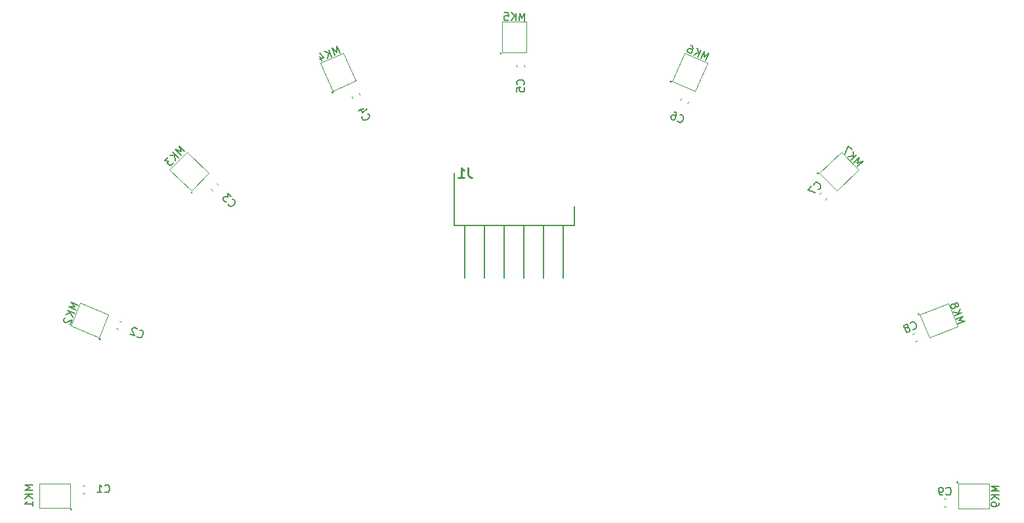
<source format=gbr>
%TF.GenerationSoftware,KiCad,Pcbnew,7.0.1*%
%TF.CreationDate,2023-05-12T16:10:07+02:00*%
%TF.ProjectId,SenseU_Microphoneboard,53656e73-6555-45f4-9d69-63726f70686f,rev?*%
%TF.SameCoordinates,Original*%
%TF.FileFunction,Legend,Bot*%
%TF.FilePolarity,Positive*%
%FSLAX46Y46*%
G04 Gerber Fmt 4.6, Leading zero omitted, Abs format (unit mm)*
G04 Created by KiCad (PCBNEW 7.0.1) date 2023-05-12 16:10:07*
%MOMM*%
%LPD*%
G01*
G04 APERTURE LIST*
%ADD10C,0.150000*%
%ADD11C,0.254000*%
%ADD12C,0.120000*%
%ADD13C,0.200000*%
G04 APERTURE END LIST*
D10*
%TO.C,MK1*%
X37894375Y-118617976D02*
X36894375Y-118617976D01*
X36894375Y-118617976D02*
X37608660Y-118951309D01*
X37608660Y-118951309D02*
X36894375Y-119284642D01*
X36894375Y-119284642D02*
X37894375Y-119284642D01*
X37894375Y-119760833D02*
X36894375Y-119760833D01*
X37894375Y-120332261D02*
X37322946Y-119903690D01*
X36894375Y-120332261D02*
X37465803Y-119760833D01*
X37894375Y-121284642D02*
X37894375Y-120713214D01*
X37894375Y-120998928D02*
X36894375Y-120998928D01*
X36894375Y-120998928D02*
X37037232Y-120903690D01*
X37037232Y-120903690D02*
X37132470Y-120808452D01*
X37132470Y-120808452D02*
X37180089Y-120713214D01*
%TO.C,C6*%
X121057762Y-71534873D02*
X121083191Y-71597231D01*
X121083191Y-71597231D02*
X121196409Y-71696516D01*
X121196409Y-71696516D02*
X121284196Y-71733444D01*
X121284196Y-71733444D02*
X121434341Y-71744941D01*
X121434341Y-71744941D02*
X121559056Y-71694082D01*
X121559056Y-71694082D02*
X121639878Y-71624758D01*
X121639878Y-71624758D02*
X121757627Y-71467647D01*
X121757627Y-71467647D02*
X121813019Y-71335966D01*
X121813019Y-71335966D02*
X121842980Y-71141927D01*
X121842980Y-71141927D02*
X121836014Y-71035676D01*
X121836014Y-71035676D02*
X121785154Y-70910960D01*
X121785154Y-70910960D02*
X121671937Y-70811675D01*
X121671937Y-70811675D02*
X121584150Y-70774747D01*
X121584150Y-70774747D02*
X121434005Y-70763250D01*
X121434005Y-70763250D02*
X121371647Y-70788679D01*
X120618487Y-70368543D02*
X120794062Y-70442398D01*
X120794062Y-70442398D02*
X120863386Y-70523220D01*
X120863386Y-70523220D02*
X120888816Y-70585577D01*
X120888816Y-70585577D02*
X120921212Y-70754186D01*
X120921212Y-70754186D02*
X120891250Y-70948225D01*
X120891250Y-70948225D02*
X120743539Y-71299375D01*
X120743539Y-71299375D02*
X120662718Y-71368698D01*
X120662718Y-71368698D02*
X120600360Y-71394128D01*
X120600360Y-71394128D02*
X120494109Y-71401094D01*
X120494109Y-71401094D02*
X120318534Y-71327239D01*
X120318534Y-71327239D02*
X120249210Y-71246417D01*
X120249210Y-71246417D02*
X120223781Y-71184060D01*
X120223781Y-71184060D02*
X120216815Y-71077809D01*
X120216815Y-71077809D02*
X120309134Y-70858340D01*
X120309134Y-70858340D02*
X120389955Y-70789016D01*
X120389955Y-70789016D02*
X120452313Y-70763586D01*
X120452313Y-70763586D02*
X120558564Y-70756620D01*
X120558564Y-70756620D02*
X120734139Y-70830476D01*
X120734139Y-70830476D02*
X120803463Y-70911297D01*
X120803463Y-70911297D02*
X120828893Y-70973655D01*
X120828893Y-70973655D02*
X120835859Y-71079906D01*
%TO.C,MK2*%
X43716919Y-95352721D02*
X42790147Y-94977095D01*
X42790147Y-94977095D02*
X43326918Y-95554323D01*
X43326918Y-95554323D02*
X42539730Y-95594943D01*
X42539730Y-95594943D02*
X43466501Y-95970569D01*
X43287632Y-96411888D02*
X42360861Y-96036262D01*
X43072989Y-96941472D02*
X42704387Y-96329641D01*
X42146217Y-96565846D02*
X42890444Y-96250906D01*
X42091386Y-96954676D02*
X42029367Y-96980921D01*
X42029367Y-96980921D02*
X41949461Y-97051298D01*
X41949461Y-97051298D02*
X41860026Y-97271958D01*
X41860026Y-97271958D02*
X41868384Y-97378108D01*
X41868384Y-97378108D02*
X41894629Y-97440127D01*
X41894629Y-97440127D02*
X41965006Y-97520033D01*
X41965006Y-97520033D02*
X42053270Y-97555807D01*
X42053270Y-97555807D02*
X42203553Y-97565336D01*
X42203553Y-97565336D02*
X42947780Y-97250396D01*
X42947780Y-97250396D02*
X42715250Y-97824111D01*
%TO.C,C7*%
X139204813Y-80396190D02*
X139272149Y-80397219D01*
X139272149Y-80397219D02*
X139407849Y-80331940D01*
X139407849Y-80331940D02*
X139476213Y-80265633D01*
X139476213Y-80265633D02*
X139545605Y-80131990D01*
X139545605Y-80131990D02*
X139547662Y-79997319D01*
X139547662Y-79997319D02*
X139515537Y-79895801D01*
X139515537Y-79895801D02*
X139417104Y-79725919D01*
X139417104Y-79725919D02*
X139317644Y-79623373D01*
X139317644Y-79623373D02*
X139150847Y-79519799D01*
X139150847Y-79519799D02*
X139050358Y-79484588D01*
X139050358Y-79484588D02*
X138915686Y-79482531D01*
X138915686Y-79482531D02*
X138779987Y-79547810D01*
X138779987Y-79547810D02*
X138711623Y-79614117D01*
X138711623Y-79614117D02*
X138642230Y-79747760D01*
X138642230Y-79747760D02*
X138641202Y-79815096D01*
X138335620Y-79978807D02*
X137857072Y-80442958D01*
X137857072Y-80442958D02*
X138860936Y-80862398D01*
%TO.C,MK3*%
X57483392Y-75484622D02*
X56765570Y-74788396D01*
X56765570Y-74788396D02*
X57046225Y-75524975D01*
X57046225Y-75524975D02*
X56301419Y-75266945D01*
X56301419Y-75266945D02*
X57019242Y-75963171D01*
X56687706Y-76304991D02*
X55969883Y-75608765D01*
X56289862Y-76715175D02*
X56178060Y-76009693D01*
X55572040Y-76018949D02*
X56380067Y-76006608D01*
X55339964Y-76258223D02*
X54908967Y-76702590D01*
X54908967Y-76702590D02*
X55414499Y-76728544D01*
X55414499Y-76728544D02*
X55315038Y-76831090D01*
X55315038Y-76831090D02*
X55282913Y-76932608D01*
X55282913Y-76932608D02*
X55283941Y-76999944D01*
X55283941Y-76999944D02*
X55319151Y-77100433D01*
X55319151Y-77100433D02*
X55490062Y-77266201D01*
X55490062Y-77266201D02*
X55591579Y-77298326D01*
X55591579Y-77298326D02*
X55658915Y-77297298D01*
X55658915Y-77297298D02*
X55759404Y-77262088D01*
X55759404Y-77262088D02*
X55958326Y-77056995D01*
X55958326Y-77056995D02*
X55990451Y-76955478D01*
X55990451Y-76955478D02*
X55989423Y-76888142D01*
%TO.C,MK9*%
X162537619Y-118715476D02*
X161537619Y-118715476D01*
X161537619Y-118715476D02*
X162251904Y-119048809D01*
X162251904Y-119048809D02*
X161537619Y-119382142D01*
X161537619Y-119382142D02*
X162537619Y-119382142D01*
X162537619Y-119858333D02*
X161537619Y-119858333D01*
X162537619Y-120429761D02*
X161966190Y-120001190D01*
X161537619Y-120429761D02*
X162109047Y-119858333D01*
X162537619Y-120905952D02*
X162537619Y-121096428D01*
X162537619Y-121096428D02*
X162490000Y-121191666D01*
X162490000Y-121191666D02*
X162442380Y-121239285D01*
X162442380Y-121239285D02*
X162299523Y-121334523D01*
X162299523Y-121334523D02*
X162109047Y-121382142D01*
X162109047Y-121382142D02*
X161728095Y-121382142D01*
X161728095Y-121382142D02*
X161632857Y-121334523D01*
X161632857Y-121334523D02*
X161585238Y-121286904D01*
X161585238Y-121286904D02*
X161537619Y-121191666D01*
X161537619Y-121191666D02*
X161537619Y-121001190D01*
X161537619Y-121001190D02*
X161585238Y-120905952D01*
X161585238Y-120905952D02*
X161632857Y-120858333D01*
X161632857Y-120858333D02*
X161728095Y-120810714D01*
X161728095Y-120810714D02*
X161966190Y-120810714D01*
X161966190Y-120810714D02*
X162061428Y-120858333D01*
X162061428Y-120858333D02*
X162109047Y-120905952D01*
X162109047Y-120905952D02*
X162156666Y-121001190D01*
X162156666Y-121001190D02*
X162156666Y-121191666D01*
X162156666Y-121191666D02*
X162109047Y-121286904D01*
X162109047Y-121286904D02*
X162061428Y-121334523D01*
X162061428Y-121334523D02*
X161966190Y-121382142D01*
%TO.C,MK4*%
X77503669Y-62797379D02*
X77099900Y-61882518D01*
X77099900Y-61882518D02*
X77083353Y-62670579D01*
X77083353Y-62670579D02*
X76489993Y-62151697D01*
X76489993Y-62151697D02*
X76893762Y-63066558D01*
X76458114Y-63258829D02*
X76054345Y-62343968D01*
X75935336Y-63489554D02*
X76096694Y-62793732D01*
X75531567Y-62574693D02*
X76285070Y-62866745D01*
X74881990Y-63225734D02*
X75151169Y-63835641D01*
X74945997Y-62781080D02*
X75452228Y-63338417D01*
X75452228Y-63338417D02*
X74885885Y-63588369D01*
D11*
%TO.C,J1*%
X94073332Y-77585026D02*
X94073332Y-78492169D01*
X94073332Y-78492169D02*
X94133809Y-78673597D01*
X94133809Y-78673597D02*
X94254761Y-78794550D01*
X94254761Y-78794550D02*
X94436190Y-78855026D01*
X94436190Y-78855026D02*
X94557142Y-78855026D01*
X92803332Y-78855026D02*
X93529047Y-78855026D01*
X93166190Y-78855026D02*
X93166190Y-77585026D01*
X93166190Y-77585026D02*
X93287142Y-77766454D01*
X93287142Y-77766454D02*
X93408094Y-77887407D01*
X93408094Y-77887407D02*
X93529047Y-77947883D01*
D10*
%TO.C,MK7*%
X144254646Y-77437093D02*
X144972468Y-76740867D01*
X144972468Y-76740867D02*
X144227662Y-76998897D01*
X144227662Y-76998897D02*
X144508318Y-76262318D01*
X144508318Y-76262318D02*
X143790495Y-76958544D01*
X143458959Y-76616724D02*
X144176781Y-75920498D01*
X143061115Y-76206540D02*
X143769682Y-76116335D01*
X143778938Y-75510314D02*
X143766597Y-76318342D01*
X143546863Y-75271040D02*
X143082712Y-74792491D01*
X143082712Y-74792491D02*
X142663272Y-75796355D01*
%TO.C,C9*%
X155716666Y-119787380D02*
X155764285Y-119835000D01*
X155764285Y-119835000D02*
X155907142Y-119882619D01*
X155907142Y-119882619D02*
X156002380Y-119882619D01*
X156002380Y-119882619D02*
X156145237Y-119835000D01*
X156145237Y-119835000D02*
X156240475Y-119739761D01*
X156240475Y-119739761D02*
X156288094Y-119644523D01*
X156288094Y-119644523D02*
X156335713Y-119454047D01*
X156335713Y-119454047D02*
X156335713Y-119311190D01*
X156335713Y-119311190D02*
X156288094Y-119120714D01*
X156288094Y-119120714D02*
X156240475Y-119025476D01*
X156240475Y-119025476D02*
X156145237Y-118930238D01*
X156145237Y-118930238D02*
X156002380Y-118882619D01*
X156002380Y-118882619D02*
X155907142Y-118882619D01*
X155907142Y-118882619D02*
X155764285Y-118930238D01*
X155764285Y-118930238D02*
X155716666Y-118977857D01*
X155240475Y-119882619D02*
X155049999Y-119882619D01*
X155049999Y-119882619D02*
X154954761Y-119835000D01*
X154954761Y-119835000D02*
X154907142Y-119787380D01*
X154907142Y-119787380D02*
X154811904Y-119644523D01*
X154811904Y-119644523D02*
X154764285Y-119454047D01*
X154764285Y-119454047D02*
X154764285Y-119073095D01*
X154764285Y-119073095D02*
X154811904Y-118977857D01*
X154811904Y-118977857D02*
X154859523Y-118930238D01*
X154859523Y-118930238D02*
X154954761Y-118882619D01*
X154954761Y-118882619D02*
X155145237Y-118882619D01*
X155145237Y-118882619D02*
X155240475Y-118930238D01*
X155240475Y-118930238D02*
X155288094Y-118977857D01*
X155288094Y-118977857D02*
X155335713Y-119073095D01*
X155335713Y-119073095D02*
X155335713Y-119311190D01*
X155335713Y-119311190D02*
X155288094Y-119406428D01*
X155288094Y-119406428D02*
X155240475Y-119454047D01*
X155240475Y-119454047D02*
X155145237Y-119501666D01*
X155145237Y-119501666D02*
X154954761Y-119501666D01*
X154954761Y-119501666D02*
X154859523Y-119454047D01*
X154859523Y-119454047D02*
X154811904Y-119406428D01*
X154811904Y-119406428D02*
X154764285Y-119311190D01*
%TO.C,MK8*%
X157238148Y-97787400D02*
X158164920Y-97411774D01*
X158164920Y-97411774D02*
X157377732Y-97371155D01*
X157377732Y-97371155D02*
X157914503Y-96793927D01*
X157914503Y-96793927D02*
X156987731Y-97169553D01*
X156808862Y-96728233D02*
X157735633Y-96352607D01*
X156594218Y-96198650D02*
X157284785Y-96381194D01*
X157520990Y-95823024D02*
X157206049Y-96567251D01*
X156909159Y-95454423D02*
X156989065Y-95524800D01*
X156989065Y-95524800D02*
X157051083Y-95551045D01*
X157051083Y-95551045D02*
X157157234Y-95559403D01*
X157157234Y-95559403D02*
X157201366Y-95541516D01*
X157201366Y-95541516D02*
X157271743Y-95461610D01*
X157271743Y-95461610D02*
X157297988Y-95399591D01*
X157297988Y-95399591D02*
X157306346Y-95293440D01*
X157306346Y-95293440D02*
X157234799Y-95116912D01*
X157234799Y-95116912D02*
X157154893Y-95046535D01*
X157154893Y-95046535D02*
X157092874Y-95020290D01*
X157092874Y-95020290D02*
X156986723Y-95011932D01*
X156986723Y-95011932D02*
X156942591Y-95029819D01*
X156942591Y-95029819D02*
X156872214Y-95109725D01*
X156872214Y-95109725D02*
X156845969Y-95171744D01*
X156845969Y-95171744D02*
X156837611Y-95277895D01*
X156837611Y-95277895D02*
X156909159Y-95454423D01*
X156909159Y-95454423D02*
X156900801Y-95560573D01*
X156900801Y-95560573D02*
X156874556Y-95622592D01*
X156874556Y-95622592D02*
X156804179Y-95702498D01*
X156804179Y-95702498D02*
X156627651Y-95774046D01*
X156627651Y-95774046D02*
X156521500Y-95765688D01*
X156521500Y-95765688D02*
X156459481Y-95739443D01*
X156459481Y-95739443D02*
X156379575Y-95669066D01*
X156379575Y-95669066D02*
X156308027Y-95492538D01*
X156308027Y-95492538D02*
X156316385Y-95386387D01*
X156316385Y-95386387D02*
X156342630Y-95324368D01*
X156342630Y-95324368D02*
X156413007Y-95244462D01*
X156413007Y-95244462D02*
X156589535Y-95172915D01*
X156589535Y-95172915D02*
X156695686Y-95181273D01*
X156695686Y-95181273D02*
X156757705Y-95207518D01*
X156757705Y-95207518D02*
X156837611Y-95277895D01*
%TO.C,MK5*%
X101338750Y-58605902D02*
X101356202Y-57606055D01*
X101356202Y-57606055D02*
X101010454Y-58314414D01*
X101010454Y-58314414D02*
X100689637Y-57594420D01*
X100689637Y-57594420D02*
X100672185Y-58594267D01*
X100196067Y-58585957D02*
X100213519Y-57586109D01*
X99624726Y-58575984D02*
X100063204Y-58012122D01*
X99642178Y-57576136D02*
X100203547Y-58157451D01*
X98737554Y-57560346D02*
X99213672Y-57568657D01*
X99213672Y-57568657D02*
X99252973Y-58045606D01*
X99252973Y-58045606D02*
X99206192Y-57997163D01*
X99206192Y-57997163D02*
X99111800Y-57947889D01*
X99111800Y-57947889D02*
X98873741Y-57943734D01*
X98873741Y-57943734D02*
X98777686Y-57989683D01*
X98777686Y-57989683D02*
X98729243Y-58036464D01*
X98729243Y-58036464D02*
X98679969Y-58130857D01*
X98679969Y-58130857D02*
X98675814Y-58368916D01*
X98675814Y-58368916D02*
X98721764Y-58464970D01*
X98721764Y-58464970D02*
X98768544Y-58513413D01*
X98768544Y-58513413D02*
X98862937Y-58562687D01*
X98862937Y-58562687D02*
X99100996Y-58566842D01*
X99100996Y-58566842D02*
X99197050Y-58520893D01*
X99197050Y-58520893D02*
X99245493Y-58474112D01*
%TO.C,C8*%
X151405314Y-98452591D02*
X151467333Y-98478836D01*
X151467333Y-98478836D02*
X151617616Y-98469307D01*
X151617616Y-98469307D02*
X151705879Y-98433533D01*
X151705879Y-98433533D02*
X151820388Y-98335740D01*
X151820388Y-98335740D02*
X151872878Y-98211702D01*
X151872878Y-98211702D02*
X151881237Y-98105551D01*
X151881237Y-98105551D02*
X151853821Y-97911136D01*
X151853821Y-97911136D02*
X151800160Y-97778741D01*
X151800160Y-97778741D02*
X151684480Y-97620100D01*
X151684480Y-97620100D02*
X151604574Y-97549723D01*
X151604574Y-97549723D02*
X151480536Y-97497233D01*
X151480536Y-97497233D02*
X151330254Y-97506761D01*
X151330254Y-97506761D02*
X151241990Y-97542535D01*
X151241990Y-97542535D02*
X151127481Y-97640328D01*
X151127481Y-97640328D02*
X151101236Y-97702347D01*
X150696861Y-98225914D02*
X150767238Y-98146008D01*
X150767238Y-98146008D02*
X150793483Y-98083989D01*
X150793483Y-98083989D02*
X150801841Y-97977838D01*
X150801841Y-97977838D02*
X150783954Y-97933707D01*
X150783954Y-97933707D02*
X150704048Y-97863330D01*
X150704048Y-97863330D02*
X150642029Y-97837085D01*
X150642029Y-97837085D02*
X150535878Y-97828726D01*
X150535878Y-97828726D02*
X150359350Y-97900274D01*
X150359350Y-97900274D02*
X150288973Y-97980180D01*
X150288973Y-97980180D02*
X150262728Y-98042199D01*
X150262728Y-98042199D02*
X150254370Y-98148350D01*
X150254370Y-98148350D02*
X150272257Y-98192482D01*
X150272257Y-98192482D02*
X150352163Y-98262859D01*
X150352163Y-98262859D02*
X150414182Y-98289104D01*
X150414182Y-98289104D02*
X150520333Y-98297462D01*
X150520333Y-98297462D02*
X150696861Y-98225914D01*
X150696861Y-98225914D02*
X150803012Y-98234272D01*
X150803012Y-98234272D02*
X150865030Y-98260517D01*
X150865030Y-98260517D02*
X150944936Y-98330894D01*
X150944936Y-98330894D02*
X151016484Y-98507422D01*
X151016484Y-98507422D02*
X151008126Y-98613573D01*
X151008126Y-98613573D02*
X150981881Y-98675592D01*
X150981881Y-98675592D02*
X150911504Y-98755498D01*
X150911504Y-98755498D02*
X150734976Y-98827046D01*
X150734976Y-98827046D02*
X150628825Y-98818688D01*
X150628825Y-98818688D02*
X150566806Y-98792442D01*
X150566806Y-98792442D02*
X150486900Y-98722065D01*
X150486900Y-98722065D02*
X150415353Y-98545538D01*
X150415353Y-98545538D02*
X150423711Y-98439387D01*
X150423711Y-98439387D02*
X150449956Y-98377368D01*
X150449956Y-98377368D02*
X150520333Y-98297462D01*
%TO.C,MK6*%
X124713443Y-63728362D02*
X125117211Y-62813501D01*
X125117211Y-62813501D02*
X124523851Y-63332383D01*
X124523851Y-63332383D02*
X124507304Y-62544321D01*
X124507304Y-62544321D02*
X124103535Y-63459182D01*
X123667887Y-63266911D02*
X124071656Y-62352050D01*
X123145110Y-63036186D02*
X123767918Y-62686452D01*
X123548878Y-62121325D02*
X123840931Y-62874828D01*
X122764712Y-61775238D02*
X122938971Y-61852146D01*
X122938971Y-61852146D02*
X123006874Y-61934165D01*
X123006874Y-61934165D02*
X123031211Y-61996957D01*
X123031211Y-61996957D02*
X123060660Y-62166106D01*
X123060660Y-62166106D02*
X123027316Y-62359592D01*
X123027316Y-62359592D02*
X122873499Y-62708110D01*
X122873499Y-62708110D02*
X122791480Y-62776013D01*
X122791480Y-62776013D02*
X122728689Y-62800351D01*
X122728689Y-62800351D02*
X122622332Y-62805461D01*
X122622332Y-62805461D02*
X122448073Y-62728553D01*
X122448073Y-62728553D02*
X122380170Y-62646534D01*
X122380170Y-62646534D02*
X122355832Y-62583742D01*
X122355832Y-62583742D02*
X122350722Y-62477385D01*
X122350722Y-62477385D02*
X122446857Y-62259561D01*
X122446857Y-62259561D02*
X122528876Y-62191659D01*
X122528876Y-62191659D02*
X122591668Y-62167321D01*
X122591668Y-62167321D02*
X122698025Y-62162210D01*
X122698025Y-62162210D02*
X122872284Y-62239119D01*
X122872284Y-62239119D02*
X122940186Y-62321138D01*
X122940186Y-62321138D02*
X122964524Y-62383930D01*
X122964524Y-62383930D02*
X122969635Y-62490286D01*
%TO.C,C2*%
X51382872Y-99344661D02*
X51409117Y-99406680D01*
X51409117Y-99406680D02*
X51523626Y-99504473D01*
X51523626Y-99504473D02*
X51611890Y-99540246D01*
X51611890Y-99540246D02*
X51762173Y-99549775D01*
X51762173Y-99549775D02*
X51886211Y-99497285D01*
X51886211Y-99497285D02*
X51966117Y-99426908D01*
X51966117Y-99426908D02*
X52081796Y-99268267D01*
X52081796Y-99268267D02*
X52135457Y-99135871D01*
X52135457Y-99135871D02*
X52162873Y-98941457D01*
X52162873Y-98941457D02*
X52154515Y-98835306D01*
X52154515Y-98835306D02*
X52102025Y-98711268D01*
X52102025Y-98711268D02*
X51987516Y-98613475D01*
X51987516Y-98613475D02*
X51899252Y-98577701D01*
X51899252Y-98577701D02*
X51748969Y-98568172D01*
X51748969Y-98568172D02*
X51686950Y-98594417D01*
X51333894Y-98451322D02*
X51307649Y-98389303D01*
X51307649Y-98389303D02*
X51237272Y-98309397D01*
X51237272Y-98309397D02*
X51016613Y-98219962D01*
X51016613Y-98219962D02*
X50910462Y-98228320D01*
X50910462Y-98228320D02*
X50848443Y-98254565D01*
X50848443Y-98254565D02*
X50768537Y-98324942D01*
X50768537Y-98324942D02*
X50732763Y-98413206D01*
X50732763Y-98413206D02*
X50723234Y-98563489D01*
X50723234Y-98563489D02*
X51038174Y-99307716D01*
X51038174Y-99307716D02*
X50464459Y-99075186D01*
%TO.C,C1*%
X47199166Y-119457380D02*
X47246785Y-119505000D01*
X47246785Y-119505000D02*
X47389642Y-119552619D01*
X47389642Y-119552619D02*
X47484880Y-119552619D01*
X47484880Y-119552619D02*
X47627737Y-119505000D01*
X47627737Y-119505000D02*
X47722975Y-119409761D01*
X47722975Y-119409761D02*
X47770594Y-119314523D01*
X47770594Y-119314523D02*
X47818213Y-119124047D01*
X47818213Y-119124047D02*
X47818213Y-118981190D01*
X47818213Y-118981190D02*
X47770594Y-118790714D01*
X47770594Y-118790714D02*
X47722975Y-118695476D01*
X47722975Y-118695476D02*
X47627737Y-118600238D01*
X47627737Y-118600238D02*
X47484880Y-118552619D01*
X47484880Y-118552619D02*
X47389642Y-118552619D01*
X47389642Y-118552619D02*
X47246785Y-118600238D01*
X47246785Y-118600238D02*
X47199166Y-118647857D01*
X46246785Y-119552619D02*
X46818213Y-119552619D01*
X46532499Y-119552619D02*
X46532499Y-118552619D01*
X46532499Y-118552619D02*
X46627737Y-118695476D01*
X46627737Y-118695476D02*
X46722975Y-118790714D01*
X46722975Y-118790714D02*
X46818213Y-118838333D01*
%TO.C,C4*%
X80370550Y-70975097D02*
X80346212Y-71037889D01*
X80346212Y-71037889D02*
X80360328Y-71187810D01*
X80360328Y-71187810D02*
X80398783Y-71274940D01*
X80398783Y-71274940D02*
X80500029Y-71386407D01*
X80500029Y-71386407D02*
X80625612Y-71435083D01*
X80625612Y-71435083D02*
X80731969Y-71440193D01*
X80731969Y-71440193D02*
X80925455Y-71406850D01*
X80925455Y-71406850D02*
X81056150Y-71349169D01*
X81056150Y-71349169D02*
X81211182Y-71228695D01*
X81211182Y-71228695D02*
X81279085Y-71146676D01*
X81279085Y-71146676D02*
X81327760Y-71021093D01*
X81327760Y-71021093D02*
X81313644Y-70871171D01*
X81313644Y-70871171D02*
X81275189Y-70784041D01*
X81275189Y-70784041D02*
X81173943Y-70672574D01*
X81173943Y-70672574D02*
X81111151Y-70648236D01*
X80547240Y-69960205D02*
X79937332Y-70229384D01*
X80991894Y-70024213D02*
X80434557Y-70530443D01*
X80434557Y-70530443D02*
X80184605Y-69964100D01*
%TO.C,C3*%
X63099323Y-82232112D02*
X63100351Y-82299448D01*
X63100351Y-82299448D02*
X63169744Y-82433091D01*
X63169744Y-82433091D02*
X63238108Y-82499398D01*
X63238108Y-82499398D02*
X63373808Y-82564677D01*
X63373808Y-82564677D02*
X63508479Y-82562620D01*
X63508479Y-82562620D02*
X63608968Y-82527410D01*
X63608968Y-82527410D02*
X63775765Y-82423835D01*
X63775765Y-82423835D02*
X63875226Y-82321289D01*
X63875226Y-82321289D02*
X63973658Y-82151407D01*
X63973658Y-82151407D02*
X64005783Y-82049890D01*
X64005783Y-82049890D02*
X64003727Y-81915218D01*
X64003727Y-81915218D02*
X63934334Y-81781575D01*
X63934334Y-81781575D02*
X63865970Y-81715268D01*
X63865970Y-81715268D02*
X63730270Y-81649989D01*
X63730270Y-81649989D02*
X63662935Y-81651018D01*
X63489968Y-81350578D02*
X63045601Y-80919581D01*
X63045601Y-80919581D02*
X63019647Y-81425113D01*
X63019647Y-81425113D02*
X62917100Y-81325652D01*
X62917100Y-81325652D02*
X62815583Y-81293527D01*
X62815583Y-81293527D02*
X62748247Y-81294555D01*
X62748247Y-81294555D02*
X62647758Y-81329766D01*
X62647758Y-81329766D02*
X62481990Y-81500676D01*
X62481990Y-81500676D02*
X62449865Y-81602193D01*
X62449865Y-81602193D02*
X62450893Y-81669529D01*
X62450893Y-81669529D02*
X62486103Y-81770018D01*
X62486103Y-81770018D02*
X62691196Y-81968940D01*
X62691196Y-81968940D02*
X62792713Y-82001065D01*
X62792713Y-82001065D02*
X62860049Y-82000037D01*
%TO.C,C5*%
X101220233Y-66852270D02*
X101268676Y-66805490D01*
X101268676Y-66805490D02*
X101318781Y-66663485D01*
X101318781Y-66663485D02*
X101320443Y-66568262D01*
X101320443Y-66568262D02*
X101275325Y-66424595D01*
X101275325Y-66424595D02*
X101181763Y-66327710D01*
X101181763Y-66327710D02*
X101087371Y-66278436D01*
X101087371Y-66278436D02*
X100897755Y-66227500D01*
X100897755Y-66227500D02*
X100754919Y-66225006D01*
X100754919Y-66225006D02*
X100563641Y-66269294D01*
X100563641Y-66269294D02*
X100467586Y-66315244D01*
X100467586Y-66315244D02*
X100370701Y-66408805D01*
X100370701Y-66408805D02*
X100320596Y-66550809D01*
X100320596Y-66550809D02*
X100318933Y-66646033D01*
X100318933Y-66646033D02*
X100364052Y-66789699D01*
X100364052Y-66789699D02*
X100410833Y-66838142D01*
X100299819Y-67741104D02*
X100308130Y-67264986D01*
X100308130Y-67264986D02*
X100785079Y-67225685D01*
X100785079Y-67225685D02*
X100736636Y-67272466D01*
X100736636Y-67272466D02*
X100687362Y-67366858D01*
X100687362Y-67366858D02*
X100683206Y-67604917D01*
X100683206Y-67604917D02*
X100729156Y-67700972D01*
X100729156Y-67700972D02*
X100775937Y-67749415D01*
X100775937Y-67749415D02*
X100870329Y-67798689D01*
X100870329Y-67798689D02*
X101108388Y-67802844D01*
X101108388Y-67802844D02*
X101204443Y-67756894D01*
X101204443Y-67756894D02*
X101252886Y-67710114D01*
X101252886Y-67710114D02*
X101302160Y-67615721D01*
X101302160Y-67615721D02*
X101306315Y-67377662D01*
X101306315Y-67377662D02*
X101260365Y-67281608D01*
X101260365Y-67281608D02*
X101213585Y-67233165D01*
D12*
%TO.C,MK1*%
X38751000Y-121587500D02*
X42701000Y-121587500D01*
X42701000Y-121587500D02*
X42701000Y-118387500D01*
X38751000Y-118387500D02*
X38751000Y-121587500D01*
X42701000Y-118387500D02*
X38751000Y-118387500D01*
D10*
X42921711Y-121737500D02*
G75*
G03*
X42921711Y-121737500I-70711J0D01*
G01*
D12*
%TO.C,C6*%
X122450637Y-69047108D02*
X122332521Y-69314736D01*
X121517479Y-68635264D02*
X121399363Y-68902892D01*
%TO.C,MK2*%
X42807527Y-98046608D02*
X46468274Y-99530330D01*
X46468274Y-99530330D02*
X47670276Y-96564661D01*
X44009529Y-95080939D02*
X42807527Y-98046608D01*
X47670276Y-96564661D02*
X44009529Y-95080939D01*
D10*
X46621657Y-99725689D02*
G75*
G03*
X46621657Y-99725689I-70711J0D01*
G01*
D12*
%TO.C,C7*%
X140285069Y-81539255D02*
X140075082Y-81742924D01*
X139574918Y-80807076D02*
X139364931Y-81010745D01*
%TO.C,MK3*%
X55554106Y-77858913D02*
X58389505Y-80609006D01*
X58389505Y-80609006D02*
X60617429Y-78311974D01*
X57782029Y-75561881D02*
X55554106Y-77858913D01*
X60617429Y-78311974D02*
X57782029Y-75561881D01*
D10*
X58463456Y-80821113D02*
G75*
G03*
X58463456Y-80821113I-70711J0D01*
G01*
D12*
%TO.C,MK9*%
X161250000Y-118400000D02*
X157300000Y-118400000D01*
X157300000Y-118400000D02*
X157300000Y-121600000D01*
X161250000Y-121600000D02*
X161250000Y-118400000D01*
X157300000Y-121600000D02*
X161250000Y-121600000D01*
D10*
X157220711Y-118250000D02*
G75*
G03*
X157220711Y-118250000I-70711J0D01*
G01*
D12*
%TO.C,MK4*%
X75021452Y-64057147D02*
X76616339Y-67670848D01*
X76616339Y-67670848D02*
X79543895Y-66378787D01*
X77949008Y-62765086D02*
X75021452Y-64057147D01*
X79543895Y-66378787D02*
X77949008Y-62765086D01*
D10*
X76610386Y-67868642D02*
G75*
G03*
X76610386Y-67868642I-70710J0D01*
G01*
D13*
%TO.C,J1*%
X92280000Y-78267500D02*
X92280000Y-85057500D01*
X92280000Y-85057500D02*
X107720000Y-85057500D01*
X93650000Y-85057500D02*
X93650000Y-91807500D01*
X96190000Y-85057500D02*
X96190000Y-91807500D01*
X98730000Y-85057500D02*
X98730000Y-91807500D01*
X101270000Y-85057500D02*
X101270000Y-91807500D01*
X103810000Y-85057500D02*
X103810000Y-91807500D01*
X106350000Y-85057500D02*
X106350000Y-91807500D01*
X107720000Y-85057500D02*
X107720000Y-82557500D01*
D12*
%TO.C,MK7*%
X142208308Y-75558347D02*
X139372908Y-78308440D01*
X139372908Y-78308440D02*
X141600832Y-80605472D01*
X144436231Y-77855379D02*
X142208308Y-75558347D01*
X141600832Y-80605472D02*
X144436231Y-77855379D01*
D10*
X139231512Y-78305200D02*
G75*
G03*
X139231512Y-78305200I-70711J0D01*
G01*
D12*
%TO.C,C9*%
X155696267Y-121360000D02*
X155403733Y-121360000D01*
X155696267Y-120340000D02*
X155403733Y-120340000D01*
%TO.C,MK8*%
X155993468Y-95096463D02*
X152332721Y-96580185D01*
X152332721Y-96580185D02*
X153534723Y-99545854D01*
X157195470Y-98062132D02*
X155993468Y-95096463D01*
X153534723Y-99545854D02*
X157195470Y-98062132D01*
D10*
X152208072Y-96497513D02*
G75*
G03*
X152208072Y-96497513I-70711J0D01*
G01*
D12*
%TO.C,MK5*%
X98412500Y-58748000D02*
X98412500Y-62698000D01*
X98412500Y-62698000D02*
X101612500Y-62698000D01*
X101612500Y-58748000D02*
X98412500Y-58748000D01*
X101612500Y-62698000D02*
X101612500Y-58748000D01*
D10*
X98333211Y-62848000D02*
G75*
G03*
X98333211Y-62848000I-70711J0D01*
G01*
D12*
%TO.C,C8*%
X151977125Y-99917712D02*
X151706013Y-100027595D01*
X151593987Y-98972405D02*
X151322875Y-99082288D01*
%TO.C,MK6*%
X121989296Y-62772972D02*
X120394409Y-66386673D01*
X120394409Y-66386673D02*
X123321965Y-67678734D01*
X124916852Y-64065033D02*
X121989296Y-62772972D01*
X123321965Y-67678734D02*
X124916852Y-64065033D01*
D10*
X120267326Y-66463337D02*
G75*
G03*
X120267326Y-66463337I-70711J0D01*
G01*
D12*
%TO.C,C2*%
X49056013Y-97397405D02*
X49327125Y-97507288D01*
X48672875Y-98342712D02*
X48943987Y-98452595D01*
%TO.C,C1*%
X44303733Y-118640000D02*
X44596267Y-118640000D01*
X44303733Y-119660000D02*
X44596267Y-119660000D01*
%TO.C,C4*%
X79957521Y-67935264D02*
X80075637Y-68202892D01*
X79024363Y-68347108D02*
X79142479Y-68614736D01*
%TO.C,C3*%
X61600082Y-79607076D02*
X61810069Y-79810745D01*
X60889931Y-80339255D02*
X61099918Y-80542924D01*
%TO.C,C5*%
X101360000Y-64303733D02*
X101360000Y-64596267D01*
X100340000Y-64303733D02*
X100340000Y-64596267D01*
%TD*%
M02*

</source>
